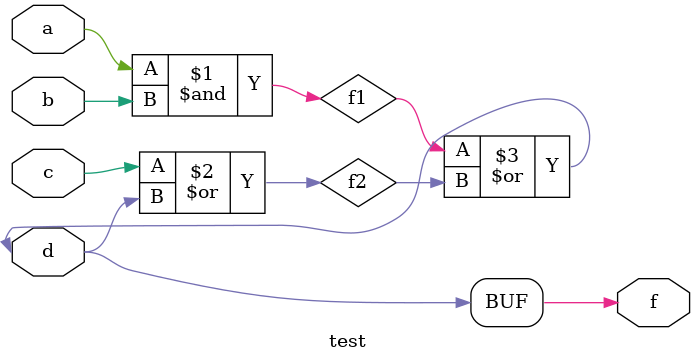
<source format=v>
module test (a, b, c, d, f);
 input a, b, c, d;
 output f;
 wire f1, f2;
 assign d = f;
 and and1(f1, a, b); //warning on "f1", implicit wire
 or or1(f2, c, d); //warning on "f2", implicit wire
 or or2(f, f1, f2);
endmodule


</source>
